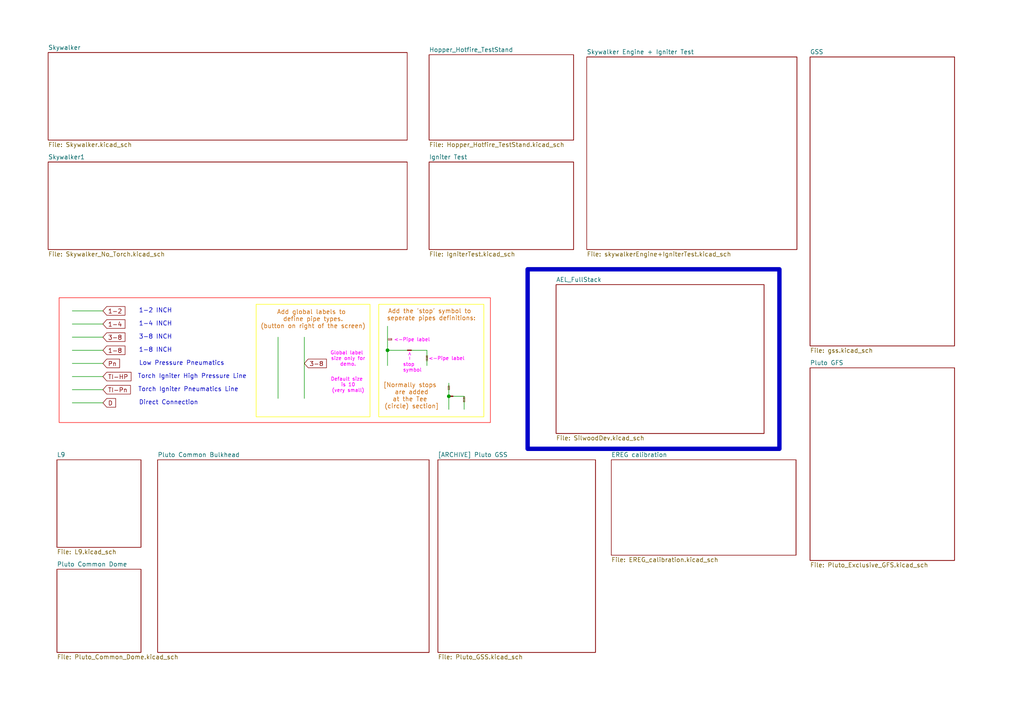
<source format=kicad_sch>
(kicad_sch (version 20250114) (generator "eeschema") (generator_version "9.0")
  (paper "A4")
  (lib_symbols
    (symbol "PID_symbols:stop" (in_bom no) (on_board no)
      (symbol "stop_1_1"
        (rectangle (start -1.27 0.127) (end 0 -0.127) (stroke (width 0.05)) (fill (type outline)))
        (pin bidirectional line (at -1.27 0 0) (length 0) (name "") (number ""))
        (pin bidirectional line (at 0 0 180) (length 0) (name "") (number ""))
      )
    )
    (symbol "stop_1" (in_bom no) (on_board no)
      (symbol "stop_1_1_1"
        (rectangle (start -1.27 0.127) (end 0 -0.127) (stroke (width 0.05)) (fill (type outline)))
        (pin bidirectional line (at -1.27 0 0) (length 0) (name "") (number ""))
        (pin bidirectional line (at 0 0 180) (length 0) (name "") (number ""))
      )
    )
  )
  (rectangle (start 17.145 86.36) (end 142.24 122.555) (stroke (width 0) (color 255 0 0 1)))
  (rectangle (start 153.035 78.105) (end 226.06 130.175) (stroke (width 1.27)))
  (rectangle (start 109.855 88.265) (end 140.335 120.904) (stroke (width 0) (color 255 255 0 1)))
  (rectangle (start 74.295 88.265) (end 107.315 120.904) (stroke (width 0) (color 255 255 0 1)))
  (rectangle (start 153.035 92.075) (end 153.035 92.075))
  (text "<-Pipe label\n" (at 119.507 98.679 0) (effects (font (size 1.016 1.016))))
  (text " Torch Igniter High Pressure Line" (at 55.245 109.22 0) (effects (font (size 1.27 1.27))))
  (text "1-4 INCH\n" (at 45.085 93.98 0) (effects (font (size 1.27 1.27))))
  (text "3-8 INCH\n" (at 45.085 97.79 0) (effects (font (size 1.27 1.27))))
  (text "Add global labels to \ndefine pipe types.\n(button on right of the screen)" (at 90.805 92.71 0) (effects (font (size 1.27 1.27))))
  (text "Low Pressure Pneumatics" (at 52.705 105.41 0) (effects (font (size 1.27 1.27))))
  (text "1-2 INCH\n" (at 45.085 90.17 0) (effects (font (size 1.27 1.27))))
  (text "Default size \nis 10\n(very small)\n" (at 100.965 111.76 0) (effects (font (size 1.016 1.016))))
  (text "Global label \nsize only for\ndemo." (at 100.965 104.14 0) (effects (font (size 1.016 1.016))))
  (text "->" (at 118.745 103.505 90) (effects (font (size 1.016 1.016))))
  (text "Direct Connection" (at 48.895 116.84 0) (effects (font (size 1.27 1.27))))
  (text "[Normally stops \nare added\nat the Tee \n(circle) section]" (at 119.38 114.935 0) (effects (font (size 1.27 1.27))))
  (text "Add the 'stop' symbol to \nseperate pipes definitions:\n" (at 125.095 91.44 0) (effects (font (size 1.27 1.27))))
  (text "<-Pipe label\n" (at 129.54 104.14 0) (effects (font (size 1.016 1.016))))
  (text "1-8 INCH\n" (at 45.085 101.6 0) (effects (font (size 1.27 1.27))))
  (text "stop\nsymbol" (at 116.84 106.68 0) (effects (font (size 1.016 1.016)) (justify left)))
  (text "Torch Igniter Pneumatics Line" (at 54.61 113.03 0) (effects (font (size 1.27 1.27))))
  (junction (at 130.175 114.935))
  (junction (at 112.395 101.6))
  (wire (pts (xy 130.175 114.935) (xy 130.175 118.745)))
  (wire (pts (xy 88.265 97.79) (xy 88.265 115.57)))
  (wire (pts (xy 131.445 114.935) (xy 134.62 114.935)))
  (wire (pts (xy 119.38 101.6) (xy 123.825 101.6)))
  (wire (pts (xy 20.955 93.98) (xy 29.845 93.98)))
  (wire (pts (xy 80.645 97.79) (xy 80.645 115.57)))
  (wire (pts (xy 130.175 111.125) (xy 130.175 114.935)))
  (wire (pts (xy 20.955 101.6) (xy 29.845 101.6)))
  (wire (pts (xy 20.955 105.41) (xy 29.845 105.41)))
  (wire (pts (xy 20.955 116.84) (xy 29.845 116.84)))
  (wire (pts (xy 112.395 101.6) (xy 118.11 101.6)))
  (wire (pts (xy 112.395 94.615) (xy 112.395 101.6)))
  (wire (pts (xy 112.395 101.6) (xy 112.395 106.045)))
  (wire (pts (xy 123.825 101.6) (xy 123.825 106.045)))
  (wire (pts (xy 20.955 113.03) (xy 29.845 113.03)))
  (wire (pts (xy 134.62 114.935) (xy 134.62 118.745)))
  (wire (pts (xy 20.955 97.79) (xy 29.845 97.79)))
  (wire (pts (xy 20.955 90.17) (xy 29.845 90.17)))
  (wire (pts (xy 20.955 109.22) (xy 29.845 109.22)))
  (global_label "1-4" (shape input) (at 29.845 93.98 0) (property "Intersheetrefs" "${INTERSHEET_REFS}" (effects (hide yes))))
  (global_label "1-8" (shape input) (at 29.845 101.6 0) (property "Intersheetrefs" "${INTERSHEET_REFS}" (effects (hide yes))))
  (global_label "1-2" (shape input) (at 29.845 90.17 0) (property "Intersheetrefs" "${INTERSHEET_REFS}" (effects (hide yes))))
  (global_label "D" (shape input) (at 29.845 116.84 0) (property "Intersheetrefs" "${INTERSHEET_REFS}" (effects (hide yes))))
  (global_label "TI-HP" (shape input) (at 29.845 109.22 0) (property "Intersheetrefs" "${INTERSHEET_REFS}" (effects (hide yes))))
  (global_label "1-2" (shape input) (at 112.395 98.425 0) (effects (font (size 0.254 0.254))) (property "Intersheetrefs" "${INTERSHEET_REFS}" (effects (hide yes))))
  (global_label "1-2" (shape input) (at 130.175 111.76 270) (effects (font (size 0.254 0.254))) (property "Intersheetrefs" "${INTERSHEET_REFS}" (effects (hide yes))))
  (global_label "Pn" (shape input) (at 29.845 105.41 0) (property "Intersheetrefs" "${INTERSHEET_REFS}" (effects (hide yes))))
  (global_label "TI-HP" (shape input) (at 134.62 114.935 270) (effects (font (size 0.254 0.254))) (property "Intersheetrefs" "${INTERSHEET_REFS}" (effects (hide yes))))
  (global_label "TI-HP" (shape input) (at 123.825 104.775 90) (effects (font (size 0.254 0.254))) (property "Intersheetrefs" "${INTERSHEET_REFS}" (effects (hide yes))))
  (global_label "3-8" (shape input) (at 29.845 97.79 0) (property "Intersheetrefs" "${INTERSHEET_REFS}" (effects (hide yes))))
  (global_label "3-8" (shape input) (at 88.265 105.41 0) (property "Intersheetrefs" "${INTERSHEET_REFS}" (effects (hide yes))))
  (global_label "TI-Pn" (shape input) (at 29.845 113.03 0) (property "Intersheetrefs" "${INTERSHEET_REFS}" (effects (hide yes))))
  (symbol (lib_id "PID_symbols:stop") (at 119.38 101.6 0) (unit 1) (in_bom no) (on_board no)
    (property "Reference" "U1" (effects (hide yes)))
  )
  (symbol (lib_name "stop_1") (lib_id "PID_symbols:stop") (at 131.445 114.935 0) (unit 1) (in_bom no) (on_board no)
    (property "Reference" "U2" (effects (hide yes)))
  )
  (sheet (at 161.29 82.55) (size 60.325 43.18) (stroke (width 0.1524))
    (property "Sheetname" "AEL_FullStack" (at 161.29 81.8384 0) (effects (justify left bottom)))
    (property "Sheetfile" "SilwoodDev.kicad_sch" (at 161.29 126.3146 0) (effects (justify left top)))
  )
  (sheet (at 124.46 46.99) (size 41.91 25.4) (stroke (width 0.1524))
    (property "Sheetname" "Igniter Test" (at 124.46 46.2784 0) (effects (justify left bottom)))
    (property "Sheetfile" "IgniterTest.kicad_sch" (at 124.46 72.9746 0) (effects (justify left top)))
  )
  (sheet (at 13.97 15.24) (size 104.14 25.4) (stroke (width 0.1524))
    (property "Sheetname" "Skywalker" (at 13.97 14.5284 0) (effects (justify left bottom)))
    (property "Sheetfile" "Skywalker.kicad_sch" (at 13.97 41.2246 0) (effects (justify left top)))
  )
  (sheet (at 170.18 16.51) (size 60.96 55.88) (stroke (width 0.1524))
    (property "Sheetname" "Skywalker Engine + Igniter Test" (at 170.18 15.7984 0) (effects (justify left bottom)))
    (property "Sheetfile" "skywalkerEngine+IgniterTest.kicad_sch" (at 170.18 72.9746 0) (effects (justify left top)))
  )
  (sheet (at 234.95 16.51) (size 41.91 83.82) (stroke (width 0.1524))
    (property "Sheetname" "GSS" (at 234.95 15.7984 0) (effects (justify left bottom)))
    (property "Sheetfile" "gss.kicad_sch" (at 234.95 100.9146 0) (effects (justify left top)))
  )
  (sheet (at 13.97 46.99) (size 104.14 25.4) (stroke (width 0.1524))
    (property "Sheetname" "Skywalker1" (at 13.97 46.2784 0) (effects (justify left bottom)))
    (property "Sheetfile" "Skywalker_No_Torch.kicad_sch" (at 13.97 72.9746 0) (effects (justify left top)))
  )
  (sheet (at 16.51 133.35) (size 24.384 25.4) (stroke (width 0.1524))
    (property "Sheetname" "L9" (at 16.51 132.6384 0) (effects (justify left bottom)))
    (property "Sheetfile" "L9.kicad_sch" (at 16.51 159.3346 0) (effects (justify left top)))
  )
  (sheet (at 45.72 133.35) (size 78.74 55.88) (stroke (width 0.1524))
    (property "Sheetname" "Pluto Common Bulkhead" (at 45.72 132.6384 0) (effects (justify left bottom)))
    (property "Sheetfile" "Pluto_Common_Bulkhead.kicad_sch" (effects (hide yes)))
  )
  (sheet (at 234.95 106.68) (size 41.91 55.88) (stroke (width 0.1524))
    (property "Sheetname" "Pluto GFS" (at 234.95 105.9684 0) (effects (justify left bottom)))
    (property "Sheetfile" "Pluto_Exclusive_GFS.kicad_sch" (at 234.95 163.1446 0) (effects (justify left top)))
  )
  (sheet (at 16.51 165.1) (size 24.384 24.13) (stroke (width 0.1524))
    (property "Sheetname" "Pluto Common Dome" (at 16.51 164.3884 0) (effects (justify left bottom)))
    (property "Sheetfile" "Pluto_Common_Dome.kicad_sch" (at 16.51 189.8146 0) (effects (justify left top)))
  )
  (sheet (at 127 133.35) (size 45.72 55.88) (stroke (width 0.1524))
    (property "Sheetname" "[ARCHIVE] Pluto GSS" (at 127 132.6384 0) (effects (justify left bottom)))
    (property "Sheetfile" "Pluto_GSS.kicad_sch" (at 127 189.8146 0) (effects (justify left top)))
  )
  (sheet (at 177.292 133.35) (size 53.594 27.686) (stroke (width 0.1524))
    (property "Sheetname" "EREG calibration" (at 177.292 132.6384 0) (effects (justify left bottom)))
    (property "Sheetfile" "EREG_calibration.kicad_sch" (at 177.292 161.6206 0) (effects (justify left top)))
  )
  (sheet (at 124.46 15.875) (size 41.91 24.765) (stroke (width 0.1524))
    (property "Sheetname" "Hopper_Hotfire_TestStand" (at 124.46 15.1634 0) (effects (justify left bottom)))
    (property "Sheetfile" "Hopper_Hotfire_TestStand.kicad_sch" (at 124.46 41.2246 0) (effects (justify left top)))
  )
)
</source>
